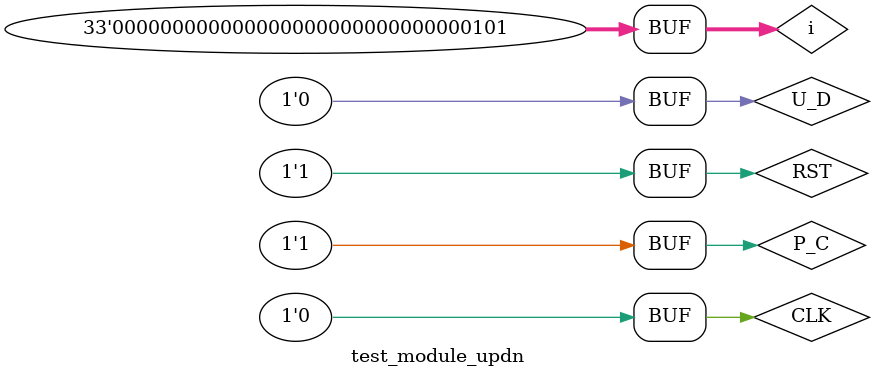
<source format=v>
`timescale 1ns / 1ps
`include "UPDOWN_COUNTER.v"

module test_module_updn;

	// Inputs
	reg CLK;
	reg RST;
	reg P_C;
	reg U_D;

	// Outputs
	wire [4:0] Q;
	reg [32:0] i;
	// Instantiate the Unit Under Test (UUT)
	UPDOWN_COUNTER uut (
		.CLK(CLK), 
		.RST(RST), 
		.P_C(P_C), 
		.U_D(U_D), 
		.Q(Q)
	);

	initial begin
		// Initialize Inputs
		CLK = 0;
		RST = 0;P_C = 0;U_D = 0;
		// Wait 100 ns for global reset to finish
		#100;
		RST = 0;P_C = 0;U_D = 0;
		for(i = 0; i <35; i = i + 1)begin
			 CLK = ~CLK; #5;  CLK = ~ CLK; #5;
		end
		RST = 1;P_C = 0;U_D = 0;
		for(i = 0; i < 35; i = i + 1)begin
			 CLK = ~CLK; #5;  CLK = ~ CLK; #5;
		end
		RST = 1;P_C = 0;U_D = 1;
		for(i = 0; i < 35; i = i + 1)begin
			 CLK = ~CLK; #5;  CLK = ~ CLK; #5;
		end
		RST = 1;P_C = 0;U_D = 0;
		for(i = 0; i < 35; i = i + 1)begin
			 CLK = ~CLK; #5;  CLK = ~ CLK; #5;
		end
		RST = 1;P_C = 1;U_D = 1;
		for(i = 0; i < 5; i = i + 1)begin
			 CLK = ~CLK; #5;  CLK = ~ CLK; #5;
		end
		RST = 1;P_C = 1;U_D = 0;
		for(i = 0; i < 5; i = i + 1)begin
			 CLK = ~CLK; #5;  CLK = ~ CLK; #5;
		end
		
	end
      
endmodule


</source>
